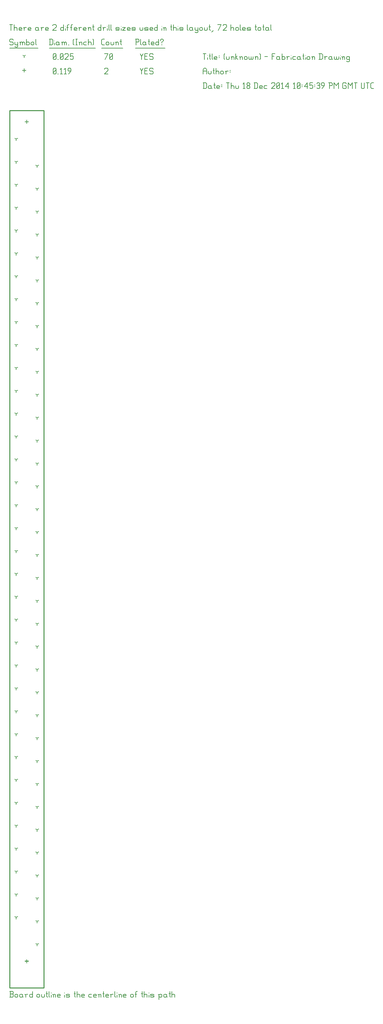
<source format=gbr>
G04 start of page 12 for group -3984 idx -3984 *
G04 Title: (unknown), fab *
G04 Creator: pcb 1.99z *
G04 CreationDate: Thu 18 Dec 2014 10:45:39 PM GMT UTC *
G04 For: commonadmin *
G04 Format: Gerber/RS-274X *
G04 PCB-Dimensions (mil): 354.33 9055.12 *
G04 PCB-Coordinate-Origin: lower left *
%MOIN*%
%FSLAX25Y25*%
%LNFAB*%
%ADD35C,0.0100*%
%ADD34C,0.0075*%
%ADD33C,0.0060*%
%ADD32R,0.0080X0.0080*%
G54D32*X17717Y895301D02*Y892101D01*
X16117Y893701D02*X19317D01*
X17717Y29159D02*Y25959D01*
X16117Y27559D02*X19317D01*
X15000Y948362D02*Y945162D01*
X13400Y946762D02*X16600D01*
G54D33*X135000Y949012D02*X136500Y946012D01*
X138000Y949012D01*
X136500Y946012D02*Y943012D01*
X139800Y946312D02*X142050D01*
X139800Y943012D02*X142800D01*
X139800Y949012D02*Y943012D01*
Y949012D02*X142800D01*
X147600D02*X148350Y948262D01*
X145350Y949012D02*X147600D01*
X144600Y948262D02*X145350Y949012D01*
X144600Y948262D02*Y946762D01*
X145350Y946012D01*
X147600D01*
X148350Y945262D01*
Y943762D01*
X147600Y943012D02*X148350Y943762D01*
X145350Y943012D02*X147600D01*
X144600Y943762D02*X145350Y943012D01*
X98000Y948262D02*X98750Y949012D01*
X101000D01*
X101750Y948262D01*
Y946762D01*
X98000Y943012D02*X101750Y946762D01*
X98000Y943012D02*X101750D01*
X45000Y943762D02*X45750Y943012D01*
X45000Y948262D02*Y943762D01*
Y948262D02*X45750Y949012D01*
X47250D01*
X48000Y948262D01*
Y943762D01*
X47250Y943012D02*X48000Y943762D01*
X45750Y943012D02*X47250D01*
X45000Y944512D02*X48000Y947512D01*
X49800Y943012D02*X50550D01*
X52350Y947812D02*X53550Y949012D01*
Y943012D01*
X52350D02*X54600D01*
X56400Y947812D02*X57600Y949012D01*
Y943012D01*
X56400D02*X58650D01*
X61200D02*X63450Y946012D01*
Y948262D02*Y946012D01*
X62700Y949012D02*X63450Y948262D01*
X61200Y949012D02*X62700D01*
X60450Y948262D02*X61200Y949012D01*
X60450Y948262D02*Y946762D01*
X61200Y946012D01*
X63450D01*
X6890Y875984D02*Y874384D01*
Y875984D02*X8276Y876784D01*
X6890Y875984D02*X5503Y876784D01*
X6890Y852362D02*Y850762D01*
Y852362D02*X8276Y853162D01*
X6890Y852362D02*X5503Y853162D01*
X6890Y828740D02*Y827140D01*
Y828740D02*X8276Y829540D01*
X6890Y828740D02*X5503Y829540D01*
X6890Y805118D02*Y803518D01*
Y805118D02*X8276Y805918D01*
X6890Y805118D02*X5503Y805918D01*
X6890Y781496D02*Y779896D01*
Y781496D02*X8276Y782296D01*
X6890Y781496D02*X5503Y782296D01*
X6890Y757874D02*Y756274D01*
Y757874D02*X8276Y758674D01*
X6890Y757874D02*X5503Y758674D01*
X6890Y734252D02*Y732652D01*
Y734252D02*X8276Y735052D01*
X6890Y734252D02*X5503Y735052D01*
X6890Y710630D02*Y709030D01*
Y710630D02*X8276Y711430D01*
X6890Y710630D02*X5503Y711430D01*
X6890Y687008D02*Y685408D01*
Y687008D02*X8276Y687808D01*
X6890Y687008D02*X5503Y687808D01*
X6890Y663386D02*Y661786D01*
Y663386D02*X8276Y664186D01*
X6890Y663386D02*X5503Y664186D01*
X6890Y639764D02*Y638164D01*
Y639764D02*X8276Y640564D01*
X6890Y639764D02*X5503Y640564D01*
X6890Y616142D02*Y614542D01*
Y616142D02*X8276Y616942D01*
X6890Y616142D02*X5503Y616942D01*
X6890Y592520D02*Y590920D01*
Y592520D02*X8276Y593320D01*
X6890Y592520D02*X5503Y593320D01*
X6890Y568898D02*Y567298D01*
Y568898D02*X8276Y569698D01*
X6890Y568898D02*X5503Y569698D01*
X6890Y545276D02*Y543676D01*
Y545276D02*X8276Y546076D01*
X6890Y545276D02*X5503Y546076D01*
X6890Y521654D02*Y520054D01*
Y521654D02*X8276Y522454D01*
X6890Y521654D02*X5503Y522454D01*
X6890Y498031D02*Y496431D01*
Y498031D02*X8276Y498831D01*
X6890Y498031D02*X5503Y498831D01*
X6890Y474409D02*Y472809D01*
Y474409D02*X8276Y475209D01*
X6890Y474409D02*X5503Y475209D01*
X6890Y450787D02*Y449187D01*
Y450787D02*X8276Y451587D01*
X6890Y450787D02*X5503Y451587D01*
X6890Y427165D02*Y425565D01*
Y427165D02*X8276Y427965D01*
X6890Y427165D02*X5503Y427965D01*
X6890Y403543D02*Y401943D01*
Y403543D02*X8276Y404343D01*
X6890Y403543D02*X5503Y404343D01*
X6890Y379921D02*Y378321D01*
Y379921D02*X8276Y380721D01*
X6890Y379921D02*X5503Y380721D01*
X6890Y356299D02*Y354699D01*
Y356299D02*X8276Y357099D01*
X6890Y356299D02*X5503Y357099D01*
X6890Y332677D02*Y331077D01*
Y332677D02*X8276Y333477D01*
X6890Y332677D02*X5503Y333477D01*
X6890Y309055D02*Y307455D01*
Y309055D02*X8276Y309855D01*
X6890Y309055D02*X5503Y309855D01*
X6890Y285433D02*Y283833D01*
Y285433D02*X8276Y286233D01*
X6890Y285433D02*X5503Y286233D01*
X6890Y261811D02*Y260211D01*
Y261811D02*X8276Y262611D01*
X6890Y261811D02*X5503Y262611D01*
X6890Y238189D02*Y236589D01*
Y238189D02*X8276Y238989D01*
X6890Y238189D02*X5503Y238989D01*
X6890Y214567D02*Y212967D01*
Y214567D02*X8276Y215367D01*
X6890Y214567D02*X5503Y215367D01*
X6890Y190945D02*Y189345D01*
Y190945D02*X8276Y191745D01*
X6890Y190945D02*X5503Y191745D01*
X6890Y167323D02*Y165723D01*
Y167323D02*X8276Y168123D01*
X6890Y167323D02*X5503Y168123D01*
X6890Y143701D02*Y142101D01*
Y143701D02*X8276Y144501D01*
X6890Y143701D02*X5503Y144501D01*
X6890Y120079D02*Y118479D01*
Y120079D02*X8276Y120879D01*
X6890Y120079D02*X5503Y120879D01*
X6890Y96457D02*Y94857D01*
Y96457D02*X8276Y97257D01*
X6890Y96457D02*X5503Y97257D01*
X6890Y72835D02*Y71235D01*
Y72835D02*X8276Y73635D01*
X6890Y72835D02*X5503Y73635D01*
X28543Y848236D02*Y846636D01*
Y848236D02*X29930Y849036D01*
X28543Y848236D02*X27157Y849036D01*
X28543Y824614D02*Y823014D01*
Y824614D02*X29930Y825414D01*
X28543Y824614D02*X27157Y825414D01*
X28543Y800992D02*Y799392D01*
Y800992D02*X29930Y801792D01*
X28543Y800992D02*X27157Y801792D01*
X28543Y777370D02*Y775770D01*
Y777370D02*X29930Y778170D01*
X28543Y777370D02*X27157Y778170D01*
X28543Y753748D02*Y752148D01*
Y753748D02*X29930Y754548D01*
X28543Y753748D02*X27157Y754548D01*
X28543Y730126D02*Y728526D01*
Y730126D02*X29930Y730926D01*
X28543Y730126D02*X27157Y730926D01*
X28543Y706504D02*Y704904D01*
Y706504D02*X29930Y707304D01*
X28543Y706504D02*X27157Y707304D01*
X28543Y682882D02*Y681282D01*
Y682882D02*X29930Y683682D01*
X28543Y682882D02*X27157Y683682D01*
X28543Y659260D02*Y657660D01*
Y659260D02*X29930Y660060D01*
X28543Y659260D02*X27157Y660060D01*
X28543Y635638D02*Y634038D01*
Y635638D02*X29930Y636438D01*
X28543Y635638D02*X27157Y636438D01*
X28543Y612016D02*Y610416D01*
Y612016D02*X29930Y612816D01*
X28543Y612016D02*X27157Y612816D01*
X28543Y588394D02*Y586794D01*
Y588394D02*X29930Y589194D01*
X28543Y588394D02*X27157Y589194D01*
X28543Y564772D02*Y563172D01*
Y564772D02*X29930Y565572D01*
X28543Y564772D02*X27157Y565572D01*
X28543Y541150D02*Y539550D01*
Y541150D02*X29930Y541950D01*
X28543Y541150D02*X27157Y541950D01*
X28543Y517528D02*Y515928D01*
Y517528D02*X29930Y518328D01*
X28543Y517528D02*X27157Y518328D01*
X28543Y493906D02*Y492306D01*
Y493906D02*X29930Y494706D01*
X28543Y493906D02*X27157Y494706D01*
X28543Y470283D02*Y468683D01*
Y470283D02*X29930Y471083D01*
X28543Y470283D02*X27157Y471083D01*
X28543Y446662D02*Y445062D01*
Y446662D02*X29930Y447462D01*
X28543Y446662D02*X27157Y447462D01*
X28543Y423039D02*Y421439D01*
Y423039D02*X29930Y423839D01*
X28543Y423039D02*X27157Y423839D01*
X28543Y399417D02*Y397817D01*
Y399417D02*X29930Y400217D01*
X28543Y399417D02*X27157Y400217D01*
X28543Y375795D02*Y374195D01*
Y375795D02*X29930Y376595D01*
X28543Y375795D02*X27157Y376595D01*
X28543Y352173D02*Y350573D01*
Y352173D02*X29930Y352973D01*
X28543Y352173D02*X27157Y352973D01*
X28543Y328551D02*Y326951D01*
Y328551D02*X29930Y329351D01*
X28543Y328551D02*X27157Y329351D01*
X28543Y304929D02*Y303329D01*
Y304929D02*X29930Y305729D01*
X28543Y304929D02*X27157Y305729D01*
X28543Y281307D02*Y279707D01*
Y281307D02*X29930Y282107D01*
X28543Y281307D02*X27157Y282107D01*
X28543Y257685D02*Y256085D01*
Y257685D02*X29930Y258485D01*
X28543Y257685D02*X27157Y258485D01*
X28543Y234063D02*Y232463D01*
Y234063D02*X29930Y234863D01*
X28543Y234063D02*X27157Y234863D01*
X28543Y210441D02*Y208841D01*
Y210441D02*X29930Y211241D01*
X28543Y210441D02*X27157Y211241D01*
X28543Y186819D02*Y185219D01*
Y186819D02*X29930Y187619D01*
X28543Y186819D02*X27157Y187619D01*
X28543Y163197D02*Y161597D01*
Y163197D02*X29930Y163997D01*
X28543Y163197D02*X27157Y163997D01*
X28543Y139575D02*Y137975D01*
Y139575D02*X29930Y140375D01*
X28543Y139575D02*X27157Y140375D01*
X28543Y115953D02*Y114353D01*
Y115953D02*X29930Y116753D01*
X28543Y115953D02*X27157Y116753D01*
X28543Y92331D02*Y90731D01*
Y92331D02*X29930Y93131D01*
X28543Y92331D02*X27157Y93131D01*
X28543Y68709D02*Y67109D01*
Y68709D02*X29930Y69509D01*
X28543Y68709D02*X27157Y69509D01*
X28543Y45087D02*Y43487D01*
Y45087D02*X29930Y45887D01*
X28543Y45087D02*X27157Y45887D01*
X15000Y961762D02*Y960162D01*
Y961762D02*X16387Y962562D01*
X15000Y961762D02*X13613Y962562D01*
X135000Y964012D02*X136500Y961012D01*
X138000Y964012D01*
X136500Y961012D02*Y958012D01*
X139800Y961312D02*X142050D01*
X139800Y958012D02*X142800D01*
X139800Y964012D02*Y958012D01*
Y964012D02*X142800D01*
X147600D02*X148350Y963262D01*
X145350Y964012D02*X147600D01*
X144600Y963262D02*X145350Y964012D01*
X144600Y963262D02*Y961762D01*
X145350Y961012D01*
X147600D01*
X148350Y960262D01*
Y958762D01*
X147600Y958012D02*X148350Y958762D01*
X145350Y958012D02*X147600D01*
X144600Y958762D02*X145350Y958012D01*
X98750D02*X101750Y964012D01*
X98000D02*X101750D01*
X103550Y958762D02*X104300Y958012D01*
X103550Y963262D02*Y958762D01*
Y963262D02*X104300Y964012D01*
X105800D01*
X106550Y963262D01*
Y958762D01*
X105800Y958012D02*X106550Y958762D01*
X104300Y958012D02*X105800D01*
X103550Y959512D02*X106550Y962512D01*
X45000Y958762D02*X45750Y958012D01*
X45000Y963262D02*Y958762D01*
Y963262D02*X45750Y964012D01*
X47250D01*
X48000Y963262D01*
Y958762D01*
X47250Y958012D02*X48000Y958762D01*
X45750Y958012D02*X47250D01*
X45000Y959512D02*X48000Y962512D01*
X49800Y958012D02*X50550D01*
X52350Y958762D02*X53100Y958012D01*
X52350Y963262D02*Y958762D01*
Y963262D02*X53100Y964012D01*
X54600D01*
X55350Y963262D01*
Y958762D01*
X54600Y958012D02*X55350Y958762D01*
X53100Y958012D02*X54600D01*
X52350Y959512D02*X55350Y962512D01*
X57150Y963262D02*X57900Y964012D01*
X60150D01*
X60900Y963262D01*
Y961762D01*
X57150Y958012D02*X60900Y961762D01*
X57150Y958012D02*X60900D01*
X62700Y964012D02*X65700D01*
X62700D02*Y961012D01*
X63450Y961762D01*
X64950D01*
X65700Y961012D01*
Y958762D01*
X64950Y958012D02*X65700Y958762D01*
X63450Y958012D02*X64950D01*
X62700Y958762D02*X63450Y958012D01*
X3000Y979012D02*X3750Y978262D01*
X750Y979012D02*X3000D01*
X0Y978262D02*X750Y979012D01*
X0Y978262D02*Y976762D01*
X750Y976012D01*
X3000D01*
X3750Y975262D01*
Y973762D01*
X3000Y973012D02*X3750Y973762D01*
X750Y973012D02*X3000D01*
X0Y973762D02*X750Y973012D01*
X5550Y976012D02*Y973762D01*
X6300Y973012D01*
X8550Y976012D02*Y971512D01*
X7800Y970762D02*X8550Y971512D01*
X6300Y970762D02*X7800D01*
X5550Y971512D02*X6300Y970762D01*
Y973012D02*X7800D01*
X8550Y973762D01*
X11100Y975262D02*Y973012D01*
Y975262D02*X11850Y976012D01*
X12600D01*
X13350Y975262D01*
Y973012D01*
Y975262D02*X14100Y976012D01*
X14850D01*
X15600Y975262D01*
Y973012D01*
X10350Y976012D02*X11100Y975262D01*
X17400Y979012D02*Y973012D01*
Y973762D02*X18150Y973012D01*
X19650D01*
X20400Y973762D01*
Y975262D02*Y973762D01*
X19650Y976012D02*X20400Y975262D01*
X18150Y976012D02*X19650D01*
X17400Y975262D02*X18150Y976012D01*
X22200Y975262D02*Y973762D01*
Y975262D02*X22950Y976012D01*
X24450D01*
X25200Y975262D01*
Y973762D01*
X24450Y973012D02*X25200Y973762D01*
X22950Y973012D02*X24450D01*
X22200Y973762D02*X22950Y973012D01*
X27000Y979012D02*Y973762D01*
X27750Y973012D01*
X0Y969762D02*X29250D01*
X41750Y979012D02*Y973012D01*
X43700Y979012D02*X44750Y977962D01*
Y974062D01*
X43700Y973012D02*X44750Y974062D01*
X41000Y973012D02*X43700D01*
X41000Y979012D02*X43700D01*
G54D34*X46550Y977512D02*Y977362D01*
G54D33*Y975262D02*Y973012D01*
X50300Y976012D02*X51050Y975262D01*
X48800Y976012D02*X50300D01*
X48050Y975262D02*X48800Y976012D01*
X48050Y975262D02*Y973762D01*
X48800Y973012D01*
X51050Y976012D02*Y973762D01*
X51800Y973012D01*
X48800D02*X50300D01*
X51050Y973762D01*
X54350Y975262D02*Y973012D01*
Y975262D02*X55100Y976012D01*
X55850D01*
X56600Y975262D01*
Y973012D01*
Y975262D02*X57350Y976012D01*
X58100D01*
X58850Y975262D01*
Y973012D01*
X53600Y976012D02*X54350Y975262D01*
X60650Y973012D02*X61400D01*
X65900Y973762D02*X66650Y973012D01*
X65900Y978262D02*X66650Y979012D01*
X65900Y978262D02*Y973762D01*
X68450Y979012D02*X69950D01*
X69200D02*Y973012D01*
X68450D02*X69950D01*
X72500Y975262D02*Y973012D01*
Y975262D02*X73250Y976012D01*
X74000D01*
X74750Y975262D01*
Y973012D01*
X71750Y976012D02*X72500Y975262D01*
X77300Y976012D02*X79550D01*
X76550Y975262D02*X77300Y976012D01*
X76550Y975262D02*Y973762D01*
X77300Y973012D01*
X79550D01*
X81350Y979012D02*Y973012D01*
Y975262D02*X82100Y976012D01*
X83600D01*
X84350Y975262D01*
Y973012D01*
X86150Y979012D02*X86900Y978262D01*
Y973762D01*
X86150Y973012D02*X86900Y973762D01*
X41000Y969762D02*X88700D01*
X96050Y973012D02*X98000D01*
X95000Y974062D02*X96050Y973012D01*
X95000Y977962D02*Y974062D01*
Y977962D02*X96050Y979012D01*
X98000D01*
X99800Y975262D02*Y973762D01*
Y975262D02*X100550Y976012D01*
X102050D01*
X102800Y975262D01*
Y973762D01*
X102050Y973012D02*X102800Y973762D01*
X100550Y973012D02*X102050D01*
X99800Y973762D02*X100550Y973012D01*
X104600Y976012D02*Y973762D01*
X105350Y973012D01*
X106850D01*
X107600Y973762D01*
Y976012D02*Y973762D01*
X110150Y975262D02*Y973012D01*
Y975262D02*X110900Y976012D01*
X111650D01*
X112400Y975262D01*
Y973012D01*
X109400Y976012D02*X110150Y975262D01*
X114950Y979012D02*Y973762D01*
X115700Y973012D01*
X114200Y976762D02*X115700D01*
X95000Y969762D02*X117200D01*
X130750Y979012D02*Y973012D01*
X130000Y979012D02*X133000D01*
X133750Y978262D01*
Y976762D01*
X133000Y976012D02*X133750Y976762D01*
X130750Y976012D02*X133000D01*
X135550Y979012D02*Y973762D01*
X136300Y973012D01*
X140050Y976012D02*X140800Y975262D01*
X138550Y976012D02*X140050D01*
X137800Y975262D02*X138550Y976012D01*
X137800Y975262D02*Y973762D01*
X138550Y973012D01*
X140800Y976012D02*Y973762D01*
X141550Y973012D01*
X138550D02*X140050D01*
X140800Y973762D01*
X144100Y979012D02*Y973762D01*
X144850Y973012D01*
X143350Y976762D02*X144850D01*
X147100Y973012D02*X149350D01*
X146350Y973762D02*X147100Y973012D01*
X146350Y975262D02*Y973762D01*
Y975262D02*X147100Y976012D01*
X148600D01*
X149350Y975262D01*
X146350Y974512D02*X149350D01*
Y975262D02*Y974512D01*
X154150Y979012D02*Y973012D01*
X153400D02*X154150Y973762D01*
X151900Y973012D02*X153400D01*
X151150Y973762D02*X151900Y973012D01*
X151150Y975262D02*Y973762D01*
Y975262D02*X151900Y976012D01*
X153400D01*
X154150Y975262D01*
X157450Y976012D02*Y975262D01*
Y973762D02*Y973012D01*
X155950Y978262D02*Y977512D01*
Y978262D02*X156700Y979012D01*
X158200D01*
X158950Y978262D01*
Y977512D01*
X157450Y976012D02*X158950Y977512D01*
X130000Y969762D02*X160750D01*
X0Y994012D02*X3000D01*
X1500D02*Y988012D01*
X4800Y994012D02*Y988012D01*
Y990262D02*X5550Y991012D01*
X7050D01*
X7800Y990262D01*
Y988012D01*
X10350D02*X12600D01*
X9600Y988762D02*X10350Y988012D01*
X9600Y990262D02*Y988762D01*
Y990262D02*X10350Y991012D01*
X11850D01*
X12600Y990262D01*
X9600Y989512D02*X12600D01*
Y990262D02*Y989512D01*
X15150Y990262D02*Y988012D01*
Y990262D02*X15900Y991012D01*
X17400D01*
X14400D02*X15150Y990262D01*
X19950Y988012D02*X22200D01*
X19200Y988762D02*X19950Y988012D01*
X19200Y990262D02*Y988762D01*
Y990262D02*X19950Y991012D01*
X21450D01*
X22200Y990262D01*
X19200Y989512D02*X22200D01*
Y990262D02*Y989512D01*
X28950Y991012D02*X29700Y990262D01*
X27450Y991012D02*X28950D01*
X26700Y990262D02*X27450Y991012D01*
X26700Y990262D02*Y988762D01*
X27450Y988012D01*
X29700Y991012D02*Y988762D01*
X30450Y988012D01*
X27450D02*X28950D01*
X29700Y988762D01*
X33000Y990262D02*Y988012D01*
Y990262D02*X33750Y991012D01*
X35250D01*
X32250D02*X33000Y990262D01*
X37800Y988012D02*X40050D01*
X37050Y988762D02*X37800Y988012D01*
X37050Y990262D02*Y988762D01*
Y990262D02*X37800Y991012D01*
X39300D01*
X40050Y990262D01*
X37050Y989512D02*X40050D01*
Y990262D02*Y989512D01*
X44550Y993262D02*X45300Y994012D01*
X47550D01*
X48300Y993262D01*
Y991762D01*
X44550Y988012D02*X48300Y991762D01*
X44550Y988012D02*X48300D01*
X55800Y994012D02*Y988012D01*
X55050D02*X55800Y988762D01*
X53550Y988012D02*X55050D01*
X52800Y988762D02*X53550Y988012D01*
X52800Y990262D02*Y988762D01*
Y990262D02*X53550Y991012D01*
X55050D01*
X55800Y990262D01*
G54D34*X57600Y992512D02*Y992362D01*
G54D33*Y990262D02*Y988012D01*
X59850Y993262D02*Y988012D01*
Y993262D02*X60600Y994012D01*
X61350D01*
X59100Y991012D02*X60600D01*
X63600Y993262D02*Y988012D01*
Y993262D02*X64350Y994012D01*
X65100D01*
X62850Y991012D02*X64350D01*
X67350Y988012D02*X69600D01*
X66600Y988762D02*X67350Y988012D01*
X66600Y990262D02*Y988762D01*
Y990262D02*X67350Y991012D01*
X68850D01*
X69600Y990262D01*
X66600Y989512D02*X69600D01*
Y990262D02*Y989512D01*
X72150Y990262D02*Y988012D01*
Y990262D02*X72900Y991012D01*
X74400D01*
X71400D02*X72150Y990262D01*
X76950Y988012D02*X79200D01*
X76200Y988762D02*X76950Y988012D01*
X76200Y990262D02*Y988762D01*
Y990262D02*X76950Y991012D01*
X78450D01*
X79200Y990262D01*
X76200Y989512D02*X79200D01*
Y990262D02*Y989512D01*
X81750Y990262D02*Y988012D01*
Y990262D02*X82500Y991012D01*
X83250D01*
X84000Y990262D01*
Y988012D01*
X81000Y991012D02*X81750Y990262D01*
X86550Y994012D02*Y988762D01*
X87300Y988012D01*
X85800Y991762D02*X87300D01*
X94500Y994012D02*Y988012D01*
X93750D02*X94500Y988762D01*
X92250Y988012D02*X93750D01*
X91500Y988762D02*X92250Y988012D01*
X91500Y990262D02*Y988762D01*
Y990262D02*X92250Y991012D01*
X93750D01*
X94500Y990262D01*
X97050D02*Y988012D01*
Y990262D02*X97800Y991012D01*
X99300D01*
X96300D02*X97050Y990262D01*
G54D34*X101100Y992512D02*Y992362D01*
G54D33*Y990262D02*Y988012D01*
X102600Y994012D02*Y988762D01*
X103350Y988012D01*
X104850Y994012D02*Y988762D01*
X105600Y988012D01*
X110550D02*X112800D01*
X113550Y988762D01*
X112800Y989512D02*X113550Y988762D01*
X110550Y989512D02*X112800D01*
X109800Y990262D02*X110550Y989512D01*
X109800Y990262D02*X110550Y991012D01*
X112800D01*
X113550Y990262D01*
X109800Y988762D02*X110550Y988012D01*
G54D34*X115350Y992512D02*Y992362D01*
G54D33*Y990262D02*Y988012D01*
X116850Y991012D02*X119850D01*
X116850Y988012D02*X119850Y991012D01*
X116850Y988012D02*X119850D01*
X122400D02*X124650D01*
X121650Y988762D02*X122400Y988012D01*
X121650Y990262D02*Y988762D01*
Y990262D02*X122400Y991012D01*
X123900D01*
X124650Y990262D01*
X121650Y989512D02*X124650D01*
Y990262D02*Y989512D01*
X127200Y988012D02*X129450D01*
X130200Y988762D01*
X129450Y989512D02*X130200Y988762D01*
X127200Y989512D02*X129450D01*
X126450Y990262D02*X127200Y989512D01*
X126450Y990262D02*X127200Y991012D01*
X129450D01*
X130200Y990262D01*
X126450Y988762D02*X127200Y988012D01*
X134700Y991012D02*Y988762D01*
X135450Y988012D01*
X136950D01*
X137700Y988762D01*
Y991012D02*Y988762D01*
X140250Y988012D02*X142500D01*
X143250Y988762D01*
X142500Y989512D02*X143250Y988762D01*
X140250Y989512D02*X142500D01*
X139500Y990262D02*X140250Y989512D01*
X139500Y990262D02*X140250Y991012D01*
X142500D01*
X143250Y990262D01*
X139500Y988762D02*X140250Y988012D01*
X145800D02*X148050D01*
X145050Y988762D02*X145800Y988012D01*
X145050Y990262D02*Y988762D01*
Y990262D02*X145800Y991012D01*
X147300D01*
X148050Y990262D01*
X145050Y989512D02*X148050D01*
Y990262D02*Y989512D01*
X152850Y994012D02*Y988012D01*
X152100D02*X152850Y988762D01*
X150600Y988012D02*X152100D01*
X149850Y988762D02*X150600Y988012D01*
X149850Y990262D02*Y988762D01*
Y990262D02*X150600Y991012D01*
X152100D01*
X152850Y990262D01*
G54D34*X157350Y992512D02*Y992362D01*
G54D33*Y990262D02*Y988012D01*
X159600Y990262D02*Y988012D01*
Y990262D02*X160350Y991012D01*
X161100D01*
X161850Y990262D01*
Y988012D01*
X158850Y991012D02*X159600Y990262D01*
X167100Y994012D02*Y988762D01*
X167850Y988012D01*
X166350Y991762D02*X167850D01*
X169350Y994012D02*Y988012D01*
Y990262D02*X170100Y991012D01*
X171600D01*
X172350Y990262D01*
Y988012D01*
G54D34*X174150Y992512D02*Y992362D01*
G54D33*Y990262D02*Y988012D01*
X176400D02*X178650D01*
X179400Y988762D01*
X178650Y989512D02*X179400Y988762D01*
X176400Y989512D02*X178650D01*
X175650Y990262D02*X176400Y989512D01*
X175650Y990262D02*X176400Y991012D01*
X178650D01*
X179400Y990262D01*
X175650Y988762D02*X176400Y988012D01*
X183900Y994012D02*Y988762D01*
X184650Y988012D01*
X188400Y991012D02*X189150Y990262D01*
X186900Y991012D02*X188400D01*
X186150Y990262D02*X186900Y991012D01*
X186150Y990262D02*Y988762D01*
X186900Y988012D01*
X189150Y991012D02*Y988762D01*
X189900Y988012D01*
X186900D02*X188400D01*
X189150Y988762D01*
X191700Y991012D02*Y988762D01*
X192450Y988012D01*
X194700Y991012D02*Y986512D01*
X193950Y985762D02*X194700Y986512D01*
X192450Y985762D02*X193950D01*
X191700Y986512D02*X192450Y985762D01*
Y988012D02*X193950D01*
X194700Y988762D01*
X196500Y990262D02*Y988762D01*
Y990262D02*X197250Y991012D01*
X198750D01*
X199500Y990262D01*
Y988762D01*
X198750Y988012D02*X199500Y988762D01*
X197250Y988012D02*X198750D01*
X196500Y988762D02*X197250Y988012D01*
X201300Y991012D02*Y988762D01*
X202050Y988012D01*
X203550D01*
X204300Y988762D01*
Y991012D02*Y988762D01*
X206850Y994012D02*Y988762D01*
X207600Y988012D01*
X206100Y991762D02*X207600D01*
X209100Y986512D02*X210600Y988012D01*
X215850D02*X218850Y994012D01*
X215100D02*X218850D01*
X220650Y993262D02*X221400Y994012D01*
X223650D01*
X224400Y993262D01*
Y991762D01*
X220650Y988012D02*X224400Y991762D01*
X220650Y988012D02*X224400D01*
X228900Y994012D02*Y988012D01*
Y990262D02*X229650Y991012D01*
X231150D01*
X231900Y990262D01*
Y988012D01*
X233700Y990262D02*Y988762D01*
Y990262D02*X234450Y991012D01*
X235950D01*
X236700Y990262D01*
Y988762D01*
X235950Y988012D02*X236700Y988762D01*
X234450Y988012D02*X235950D01*
X233700Y988762D02*X234450Y988012D01*
X238500Y994012D02*Y988762D01*
X239250Y988012D01*
X241500D02*X243750D01*
X240750Y988762D02*X241500Y988012D01*
X240750Y990262D02*Y988762D01*
Y990262D02*X241500Y991012D01*
X243000D01*
X243750Y990262D01*
X240750Y989512D02*X243750D01*
Y990262D02*Y989512D01*
X246300Y988012D02*X248550D01*
X249300Y988762D01*
X248550Y989512D02*X249300Y988762D01*
X246300Y989512D02*X248550D01*
X245550Y990262D02*X246300Y989512D01*
X245550Y990262D02*X246300Y991012D01*
X248550D01*
X249300Y990262D01*
X245550Y988762D02*X246300Y988012D01*
X254550Y994012D02*Y988762D01*
X255300Y988012D01*
X253800Y991762D02*X255300D01*
X256800Y990262D02*Y988762D01*
Y990262D02*X257550Y991012D01*
X259050D01*
X259800Y990262D01*
Y988762D01*
X259050Y988012D02*X259800Y988762D01*
X257550Y988012D02*X259050D01*
X256800Y988762D02*X257550Y988012D01*
X262350Y994012D02*Y988762D01*
X263100Y988012D01*
X261600Y991762D02*X263100D01*
X266850Y991012D02*X267600Y990262D01*
X265350Y991012D02*X266850D01*
X264600Y990262D02*X265350Y991012D01*
X264600Y990262D02*Y988762D01*
X265350Y988012D01*
X267600Y991012D02*Y988762D01*
X268350Y988012D01*
X265350D02*X266850D01*
X267600Y988762D01*
X270150Y994012D02*Y988762D01*
X270900Y988012D01*
G54D35*X0Y905512D02*Y0D01*
X35433D01*
Y905512D01*
X0D01*
G54D33*Y-9500D02*X3000D01*
X3750Y-8750D01*
Y-6950D02*Y-8750D01*
X3000Y-6200D02*X3750Y-6950D01*
X750Y-6200D02*X3000D01*
X750Y-3500D02*Y-9500D01*
X0Y-3500D02*X3000D01*
X3750Y-4250D01*
Y-5450D01*
X3000Y-6200D02*X3750Y-5450D01*
X5550Y-7250D02*Y-8750D01*
Y-7250D02*X6300Y-6500D01*
X7800D01*
X8550Y-7250D01*
Y-8750D01*
X7800Y-9500D02*X8550Y-8750D01*
X6300Y-9500D02*X7800D01*
X5550Y-8750D02*X6300Y-9500D01*
X12600Y-6500D02*X13350Y-7250D01*
X11100Y-6500D02*X12600D01*
X10350Y-7250D02*X11100Y-6500D01*
X10350Y-7250D02*Y-8750D01*
X11100Y-9500D01*
X13350Y-6500D02*Y-8750D01*
X14100Y-9500D01*
X11100D02*X12600D01*
X13350Y-8750D01*
X16650Y-7250D02*Y-9500D01*
Y-7250D02*X17400Y-6500D01*
X18900D01*
X15900D02*X16650Y-7250D01*
X23700Y-3500D02*Y-9500D01*
X22950D02*X23700Y-8750D01*
X21450Y-9500D02*X22950D01*
X20700Y-8750D02*X21450Y-9500D01*
X20700Y-7250D02*Y-8750D01*
Y-7250D02*X21450Y-6500D01*
X22950D01*
X23700Y-7250D01*
X28200D02*Y-8750D01*
Y-7250D02*X28950Y-6500D01*
X30450D01*
X31200Y-7250D01*
Y-8750D01*
X30450Y-9500D02*X31200Y-8750D01*
X28950Y-9500D02*X30450D01*
X28200Y-8750D02*X28950Y-9500D01*
X33000Y-6500D02*Y-8750D01*
X33750Y-9500D01*
X35250D01*
X36000Y-8750D01*
Y-6500D02*Y-8750D01*
X38550Y-3500D02*Y-8750D01*
X39300Y-9500D01*
X37800Y-5750D02*X39300D01*
X40800Y-3500D02*Y-8750D01*
X41550Y-9500D01*
G54D34*X43050Y-5000D02*Y-5150D01*
G54D33*Y-7250D02*Y-9500D01*
X45300Y-7250D02*Y-9500D01*
Y-7250D02*X46050Y-6500D01*
X46800D01*
X47550Y-7250D01*
Y-9500D01*
X44550Y-6500D02*X45300Y-7250D01*
X50100Y-9500D02*X52350D01*
X49350Y-8750D02*X50100Y-9500D01*
X49350Y-7250D02*Y-8750D01*
Y-7250D02*X50100Y-6500D01*
X51600D01*
X52350Y-7250D01*
X49350Y-8000D02*X52350D01*
Y-7250D02*Y-8000D01*
G54D34*X56850Y-5000D02*Y-5150D01*
G54D33*Y-7250D02*Y-9500D01*
X59100D02*X61350D01*
X62100Y-8750D01*
X61350Y-8000D02*X62100Y-8750D01*
X59100Y-8000D02*X61350D01*
X58350Y-7250D02*X59100Y-8000D01*
X58350Y-7250D02*X59100Y-6500D01*
X61350D01*
X62100Y-7250D01*
X58350Y-8750D02*X59100Y-9500D01*
X67350Y-3500D02*Y-8750D01*
X68100Y-9500D01*
X66600Y-5750D02*X68100D01*
X69600Y-3500D02*Y-9500D01*
Y-7250D02*X70350Y-6500D01*
X71850D01*
X72600Y-7250D01*
Y-9500D01*
X75150D02*X77400D01*
X74400Y-8750D02*X75150Y-9500D01*
X74400Y-7250D02*Y-8750D01*
Y-7250D02*X75150Y-6500D01*
X76650D01*
X77400Y-7250D01*
X74400Y-8000D02*X77400D01*
Y-7250D02*Y-8000D01*
X82650Y-6500D02*X84900D01*
X81900Y-7250D02*X82650Y-6500D01*
X81900Y-7250D02*Y-8750D01*
X82650Y-9500D01*
X84900D01*
X87450D02*X89700D01*
X86700Y-8750D02*X87450Y-9500D01*
X86700Y-7250D02*Y-8750D01*
Y-7250D02*X87450Y-6500D01*
X88950D01*
X89700Y-7250D01*
X86700Y-8000D02*X89700D01*
Y-7250D02*Y-8000D01*
X92250Y-7250D02*Y-9500D01*
Y-7250D02*X93000Y-6500D01*
X93750D01*
X94500Y-7250D01*
Y-9500D01*
X91500Y-6500D02*X92250Y-7250D01*
X97050Y-3500D02*Y-8750D01*
X97800Y-9500D01*
X96300Y-5750D02*X97800D01*
X100050Y-9500D02*X102300D01*
X99300Y-8750D02*X100050Y-9500D01*
X99300Y-7250D02*Y-8750D01*
Y-7250D02*X100050Y-6500D01*
X101550D01*
X102300Y-7250D01*
X99300Y-8000D02*X102300D01*
Y-7250D02*Y-8000D01*
X104850Y-7250D02*Y-9500D01*
Y-7250D02*X105600Y-6500D01*
X107100D01*
X104100D02*X104850Y-7250D01*
X108900Y-3500D02*Y-8750D01*
X109650Y-9500D01*
G54D34*X111150Y-5000D02*Y-5150D01*
G54D33*Y-7250D02*Y-9500D01*
X113400Y-7250D02*Y-9500D01*
Y-7250D02*X114150Y-6500D01*
X114900D01*
X115650Y-7250D01*
Y-9500D01*
X112650Y-6500D02*X113400Y-7250D01*
X118200Y-9500D02*X120450D01*
X117450Y-8750D02*X118200Y-9500D01*
X117450Y-7250D02*Y-8750D01*
Y-7250D02*X118200Y-6500D01*
X119700D01*
X120450Y-7250D01*
X117450Y-8000D02*X120450D01*
Y-7250D02*Y-8000D01*
X124950Y-7250D02*Y-8750D01*
Y-7250D02*X125700Y-6500D01*
X127200D01*
X127950Y-7250D01*
Y-8750D01*
X127200Y-9500D02*X127950Y-8750D01*
X125700Y-9500D02*X127200D01*
X124950Y-8750D02*X125700Y-9500D01*
X130500Y-4250D02*Y-9500D01*
Y-4250D02*X131250Y-3500D01*
X132000D01*
X129750Y-6500D02*X131250D01*
X136950Y-3500D02*Y-8750D01*
X137700Y-9500D01*
X136200Y-5750D02*X137700D01*
X139200Y-3500D02*Y-9500D01*
Y-7250D02*X139950Y-6500D01*
X141450D01*
X142200Y-7250D01*
Y-9500D01*
G54D34*X144000Y-5000D02*Y-5150D01*
G54D33*Y-7250D02*Y-9500D01*
X146250D02*X148500D01*
X149250Y-8750D01*
X148500Y-8000D02*X149250Y-8750D01*
X146250Y-8000D02*X148500D01*
X145500Y-7250D02*X146250Y-8000D01*
X145500Y-7250D02*X146250Y-6500D01*
X148500D01*
X149250Y-7250D01*
X145500Y-8750D02*X146250Y-9500D01*
X154500Y-7250D02*Y-11750D01*
X153750Y-6500D02*X154500Y-7250D01*
X155250Y-6500D01*
X156750D01*
X157500Y-7250D01*
Y-8750D01*
X156750Y-9500D02*X157500Y-8750D01*
X155250Y-9500D02*X156750D01*
X154500Y-8750D02*X155250Y-9500D01*
X161550Y-6500D02*X162300Y-7250D01*
X160050Y-6500D02*X161550D01*
X159300Y-7250D02*X160050Y-6500D01*
X159300Y-7250D02*Y-8750D01*
X160050Y-9500D01*
X162300Y-6500D02*Y-8750D01*
X163050Y-9500D01*
X160050D02*X161550D01*
X162300Y-8750D01*
X165600Y-3500D02*Y-8750D01*
X166350Y-9500D01*
X164850Y-5750D02*X166350D01*
X167850Y-3500D02*Y-9500D01*
Y-7250D02*X168600Y-6500D01*
X170100D01*
X170850Y-7250D01*
Y-9500D01*
X200750Y934012D02*Y928012D01*
X202700Y934012D02*X203750Y932962D01*
Y929062D01*
X202700Y928012D02*X203750Y929062D01*
X200000Y928012D02*X202700D01*
X200000Y934012D02*X202700D01*
X207800Y931012D02*X208550Y930262D01*
X206300Y931012D02*X207800D01*
X205550Y930262D02*X206300Y931012D01*
X205550Y930262D02*Y928762D01*
X206300Y928012D01*
X208550Y931012D02*Y928762D01*
X209300Y928012D01*
X206300D02*X207800D01*
X208550Y928762D01*
X211850Y934012D02*Y928762D01*
X212600Y928012D01*
X211100Y931762D02*X212600D01*
X214850Y928012D02*X217100D01*
X214100Y928762D02*X214850Y928012D01*
X214100Y930262D02*Y928762D01*
Y930262D02*X214850Y931012D01*
X216350D01*
X217100Y930262D01*
X214100Y929512D02*X217100D01*
Y930262D02*Y929512D01*
X218900Y931762D02*X219650D01*
X218900Y930262D02*X219650D01*
X224150Y934012D02*X227150D01*
X225650D02*Y928012D01*
X228950Y934012D02*Y928012D01*
Y930262D02*X229700Y931012D01*
X231200D01*
X231950Y930262D01*
Y928012D01*
X233750Y931012D02*Y928762D01*
X234500Y928012D01*
X236000D01*
X236750Y928762D01*
Y931012D02*Y928762D01*
X241250Y932812D02*X242450Y934012D01*
Y928012D01*
X241250D02*X243500D01*
X245300Y928762D02*X246050Y928012D01*
X245300Y929962D02*Y928762D01*
Y929962D02*X246350Y931012D01*
X247250D01*
X248300Y929962D01*
Y928762D01*
X247550Y928012D02*X248300Y928762D01*
X246050Y928012D02*X247550D01*
X245300Y932062D02*X246350Y931012D01*
X245300Y933262D02*Y932062D01*
Y933262D02*X246050Y934012D01*
X247550D01*
X248300Y933262D01*
Y932062D01*
X247250Y931012D02*X248300Y932062D01*
X253550Y934012D02*Y928012D01*
X255500Y934012D02*X256550Y932962D01*
Y929062D01*
X255500Y928012D02*X256550Y929062D01*
X252800Y928012D02*X255500D01*
X252800Y934012D02*X255500D01*
X259100Y928012D02*X261350D01*
X258350Y928762D02*X259100Y928012D01*
X258350Y930262D02*Y928762D01*
Y930262D02*X259100Y931012D01*
X260600D01*
X261350Y930262D01*
X258350Y929512D02*X261350D01*
Y930262D02*Y929512D01*
X263900Y931012D02*X266150D01*
X263150Y930262D02*X263900Y931012D01*
X263150Y930262D02*Y928762D01*
X263900Y928012D01*
X266150D01*
X270650Y933262D02*X271400Y934012D01*
X273650D01*
X274400Y933262D01*
Y931762D01*
X270650Y928012D02*X274400Y931762D01*
X270650Y928012D02*X274400D01*
X276200Y928762D02*X276950Y928012D01*
X276200Y933262D02*Y928762D01*
Y933262D02*X276950Y934012D01*
X278450D01*
X279200Y933262D01*
Y928762D01*
X278450Y928012D02*X279200Y928762D01*
X276950Y928012D02*X278450D01*
X276200Y929512D02*X279200Y932512D01*
X281000Y932812D02*X282200Y934012D01*
Y928012D01*
X281000D02*X283250D01*
X285050Y930262D02*X288050Y934012D01*
X285050Y930262D02*X288800D01*
X288050Y934012D02*Y928012D01*
X293300Y932812D02*X294500Y934012D01*
Y928012D01*
X293300D02*X295550D01*
X297350Y928762D02*X298100Y928012D01*
X297350Y933262D02*Y928762D01*
Y933262D02*X298100Y934012D01*
X299600D01*
X300350Y933262D01*
Y928762D01*
X299600Y928012D02*X300350Y928762D01*
X298100Y928012D02*X299600D01*
X297350Y929512D02*X300350Y932512D01*
X302150Y931762D02*X302900D01*
X302150Y930262D02*X302900D01*
X304700D02*X307700Y934012D01*
X304700Y930262D02*X308450D01*
X307700Y934012D02*Y928012D01*
X310250Y934012D02*X313250D01*
X310250D02*Y931012D01*
X311000Y931762D01*
X312500D01*
X313250Y931012D01*
Y928762D01*
X312500Y928012D02*X313250Y928762D01*
X311000Y928012D02*X312500D01*
X310250Y928762D02*X311000Y928012D01*
X315050Y931762D02*X315800D01*
X315050Y930262D02*X315800D01*
X317600Y933262D02*X318350Y934012D01*
X319850D01*
X320600Y933262D01*
X319850Y928012D02*X320600Y928762D01*
X318350Y928012D02*X319850D01*
X317600Y928762D02*X318350Y928012D01*
Y931312D02*X319850D01*
X320600Y933262D02*Y932062D01*
Y930562D02*Y928762D01*
Y930562D02*X319850Y931312D01*
X320600Y932062D02*X319850Y931312D01*
X323150Y928012D02*X325400Y931012D01*
Y933262D02*Y931012D01*
X324650Y934012D02*X325400Y933262D01*
X323150Y934012D02*X324650D01*
X322400Y933262D02*X323150Y934012D01*
X322400Y933262D02*Y931762D01*
X323150Y931012D01*
X325400D01*
X330650Y934012D02*Y928012D01*
X329900Y934012D02*X332900D01*
X333650Y933262D01*
Y931762D01*
X332900Y931012D02*X333650Y931762D01*
X330650Y931012D02*X332900D01*
X335450Y934012D02*Y928012D01*
Y934012D02*X337700Y931012D01*
X339950Y934012D01*
Y928012D01*
X347450Y934012D02*X348200Y933262D01*
X345200Y934012D02*X347450D01*
X344450Y933262D02*X345200Y934012D01*
X344450Y933262D02*Y928762D01*
X345200Y928012D01*
X347450D01*
X348200Y928762D01*
Y930262D02*Y928762D01*
X347450Y931012D02*X348200Y930262D01*
X345950Y931012D02*X347450D01*
X350000Y934012D02*Y928012D01*
Y934012D02*X352250Y931012D01*
X354500Y934012D01*
Y928012D01*
X356300Y934012D02*X359300D01*
X357800D02*Y928012D01*
X363800Y934012D02*Y928762D01*
X364550Y928012D01*
X366050D01*
X366800Y928762D01*
Y934012D02*Y928762D01*
X368600Y934012D02*X371600D01*
X370100D02*Y928012D01*
X374450D02*X376400D01*
X373400Y929062D02*X374450Y928012D01*
X373400Y932962D02*Y929062D01*
Y932962D02*X374450Y934012D01*
X376400D01*
X200000Y947512D02*Y943012D01*
Y947512D02*X201050Y949012D01*
X202700D01*
X203750Y947512D01*
Y943012D01*
X200000Y946012D02*X203750D01*
X205550D02*Y943762D01*
X206300Y943012D01*
X207800D01*
X208550Y943762D01*
Y946012D02*Y943762D01*
X211100Y949012D02*Y943762D01*
X211850Y943012D01*
X210350Y946762D02*X211850D01*
X213350Y949012D02*Y943012D01*
Y945262D02*X214100Y946012D01*
X215600D01*
X216350Y945262D01*
Y943012D01*
X218150Y945262D02*Y943762D01*
Y945262D02*X218900Y946012D01*
X220400D01*
X221150Y945262D01*
Y943762D01*
X220400Y943012D02*X221150Y943762D01*
X218900Y943012D02*X220400D01*
X218150Y943762D02*X218900Y943012D01*
X223700Y945262D02*Y943012D01*
Y945262D02*X224450Y946012D01*
X225950D01*
X222950D02*X223700Y945262D01*
X227750Y946762D02*X228500D01*
X227750Y945262D02*X228500D01*
X200000Y964012D02*X203000D01*
X201500D02*Y958012D01*
G54D34*X204800Y962512D02*Y962362D01*
G54D33*Y960262D02*Y958012D01*
X207050Y964012D02*Y958762D01*
X207800Y958012D01*
X206300Y961762D02*X207800D01*
X209300Y964012D02*Y958762D01*
X210050Y958012D01*
X212300D02*X214550D01*
X211550Y958762D02*X212300Y958012D01*
X211550Y960262D02*Y958762D01*
Y960262D02*X212300Y961012D01*
X213800D01*
X214550Y960262D01*
X211550Y959512D02*X214550D01*
Y960262D02*Y959512D01*
X216350Y961762D02*X217100D01*
X216350Y960262D02*X217100D01*
X221600Y958762D02*X222350Y958012D01*
X221600Y963262D02*X222350Y964012D01*
X221600Y963262D02*Y958762D01*
X224150Y961012D02*Y958762D01*
X224900Y958012D01*
X226400D01*
X227150Y958762D01*
Y961012D02*Y958762D01*
X229700Y960262D02*Y958012D01*
Y960262D02*X230450Y961012D01*
X231200D01*
X231950Y960262D01*
Y958012D01*
X228950Y961012D02*X229700Y960262D01*
X233750Y964012D02*Y958012D01*
Y960262D02*X236000Y958012D01*
X233750Y960262D02*X235250Y961762D01*
X238550Y960262D02*Y958012D01*
Y960262D02*X239300Y961012D01*
X240050D01*
X240800Y960262D01*
Y958012D01*
X237800Y961012D02*X238550Y960262D01*
X242600D02*Y958762D01*
Y960262D02*X243350Y961012D01*
X244850D01*
X245600Y960262D01*
Y958762D01*
X244850Y958012D02*X245600Y958762D01*
X243350Y958012D02*X244850D01*
X242600Y958762D02*X243350Y958012D01*
X247400Y961012D02*Y958762D01*
X248150Y958012D01*
X248900D01*
X249650Y958762D01*
Y961012D02*Y958762D01*
X250400Y958012D01*
X251150D01*
X251900Y958762D01*
Y961012D02*Y958762D01*
X254450Y960262D02*Y958012D01*
Y960262D02*X255200Y961012D01*
X255950D01*
X256700Y960262D01*
Y958012D01*
X253700Y961012D02*X254450Y960262D01*
X258500Y964012D02*X259250Y963262D01*
Y958762D01*
X258500Y958012D02*X259250Y958762D01*
X263750Y961012D02*X266750D01*
X271250Y964012D02*Y958012D01*
Y964012D02*X274250D01*
X271250Y961312D02*X273500D01*
X278300Y961012D02*X279050Y960262D01*
X276800Y961012D02*X278300D01*
X276050Y960262D02*X276800Y961012D01*
X276050Y960262D02*Y958762D01*
X276800Y958012D01*
X279050Y961012D02*Y958762D01*
X279800Y958012D01*
X276800D02*X278300D01*
X279050Y958762D01*
X281600Y964012D02*Y958012D01*
Y958762D02*X282350Y958012D01*
X283850D01*
X284600Y958762D01*
Y960262D02*Y958762D01*
X283850Y961012D02*X284600Y960262D01*
X282350Y961012D02*X283850D01*
X281600Y960262D02*X282350Y961012D01*
X287150Y960262D02*Y958012D01*
Y960262D02*X287900Y961012D01*
X289400D01*
X286400D02*X287150Y960262D01*
G54D34*X291200Y962512D02*Y962362D01*
G54D33*Y960262D02*Y958012D01*
X293450Y961012D02*X295700D01*
X292700Y960262D02*X293450Y961012D01*
X292700Y960262D02*Y958762D01*
X293450Y958012D01*
X295700D01*
X299750Y961012D02*X300500Y960262D01*
X298250Y961012D02*X299750D01*
X297500Y960262D02*X298250Y961012D01*
X297500Y960262D02*Y958762D01*
X298250Y958012D01*
X300500Y961012D02*Y958762D01*
X301250Y958012D01*
X298250D02*X299750D01*
X300500Y958762D01*
X303800Y964012D02*Y958762D01*
X304550Y958012D01*
X303050Y961762D02*X304550D01*
G54D34*X306050Y962512D02*Y962362D01*
G54D33*Y960262D02*Y958012D01*
X307550Y960262D02*Y958762D01*
Y960262D02*X308300Y961012D01*
X309800D01*
X310550Y960262D01*
Y958762D01*
X309800Y958012D02*X310550Y958762D01*
X308300Y958012D02*X309800D01*
X307550Y958762D02*X308300Y958012D01*
X313100Y960262D02*Y958012D01*
Y960262D02*X313850Y961012D01*
X314600D01*
X315350Y960262D01*
Y958012D01*
X312350Y961012D02*X313100Y960262D01*
X320600Y964012D02*Y958012D01*
X322550Y964012D02*X323600Y962962D01*
Y959062D01*
X322550Y958012D02*X323600Y959062D01*
X319850Y958012D02*X322550D01*
X319850Y964012D02*X322550D01*
X326150Y960262D02*Y958012D01*
Y960262D02*X326900Y961012D01*
X328400D01*
X325400D02*X326150Y960262D01*
X332450Y961012D02*X333200Y960262D01*
X330950Y961012D02*X332450D01*
X330200Y960262D02*X330950Y961012D01*
X330200Y960262D02*Y958762D01*
X330950Y958012D01*
X333200Y961012D02*Y958762D01*
X333950Y958012D01*
X330950D02*X332450D01*
X333200Y958762D01*
X335750Y961012D02*Y958762D01*
X336500Y958012D01*
X337250D01*
X338000Y958762D01*
Y961012D02*Y958762D01*
X338750Y958012D01*
X339500D01*
X340250Y958762D01*
Y961012D02*Y958762D01*
G54D34*X342050Y962512D02*Y962362D01*
G54D33*Y960262D02*Y958012D01*
X344300Y960262D02*Y958012D01*
Y960262D02*X345050Y961012D01*
X345800D01*
X346550Y960262D01*
Y958012D01*
X343550Y961012D02*X344300Y960262D01*
X350600Y961012D02*X351350Y960262D01*
X349100Y961012D02*X350600D01*
X348350Y960262D02*X349100Y961012D01*
X348350Y960262D02*Y958762D01*
X349100Y958012D01*
X350600D01*
X351350Y958762D01*
X348350Y956512D02*X349100Y955762D01*
X350600D01*
X351350Y956512D01*
Y961012D02*Y956512D01*
M02*

</source>
